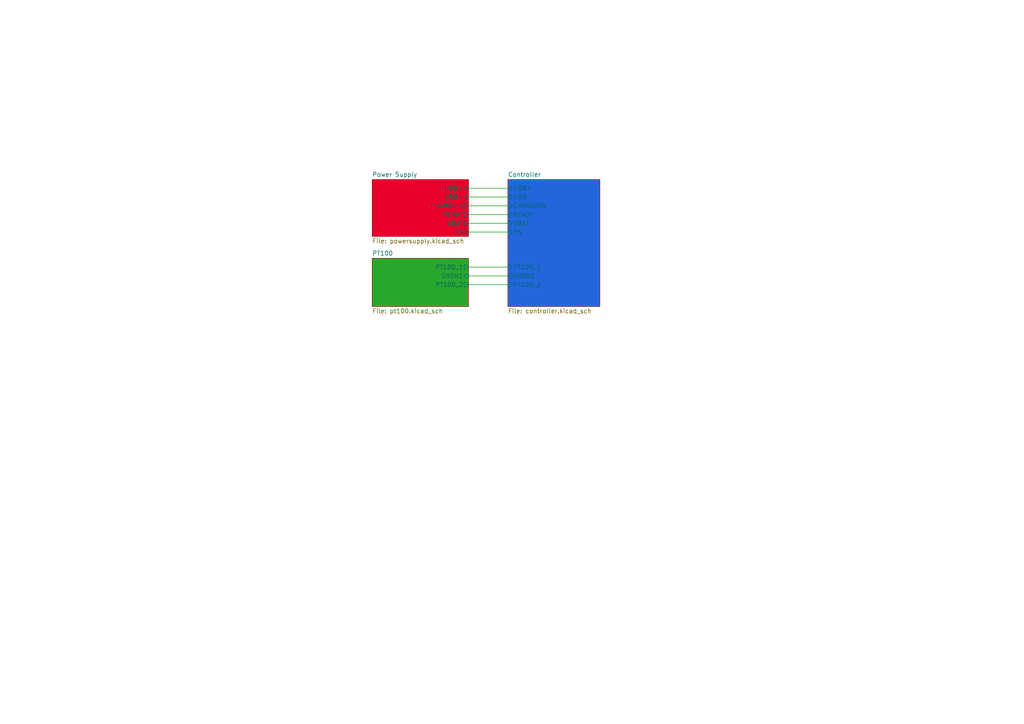
<source format=kicad_sch>
(kicad_sch
	(version 20250114)
	(generator "eeschema")
	(generator_version "9.0")
	(uuid "db6fe335-723a-49f3-91f7-1db51b82a15a")
	(paper "A4")
	(title_block
		(title "Overview")
		(date "2026-01-09")
		(rev "2")
		(company "hand-crafted-electronics")
		(comment 1 "https://ohwr.org/cern_ohl_s_v2.txt")
		(comment 2 "https://github.com/pellematrose/ESP32-C3_Sensor/")
		(comment 3 "Licensed under CERN-OHL-S v2")
		(comment 4 "2026 Per-Simon Saal")
	)
	(lib_symbols)
	(wire
		(pts
			(xy 135.89 82.55) (xy 147.32 82.55)
		)
		(stroke
			(width 0)
			(type default)
		)
		(uuid "089cc817-2cc3-4e53-b6a7-6996fff83154")
	)
	(wire
		(pts
			(xy 135.89 67.31) (xy 147.32 67.31)
		)
		(stroke
			(width 0)
			(type default)
		)
		(uuid "6030f4ad-12ec-4478-a12e-2af02914e67f")
	)
	(wire
		(pts
			(xy 135.89 54.61) (xy 147.32 54.61)
		)
		(stroke
			(width 0)
			(type default)
		)
		(uuid "652a5452-cd76-49a6-b534-a22449893ce3")
	)
	(wire
		(pts
			(xy 135.89 64.77) (xy 147.32 64.77)
		)
		(stroke
			(width 0)
			(type default)
		)
		(uuid "77de34e5-b33b-4727-ab59-a81dd00e2506")
	)
	(wire
		(pts
			(xy 135.89 59.69) (xy 147.32 59.69)
		)
		(stroke
			(width 0)
			(type default)
		)
		(uuid "82a28017-981d-4d90-8c24-3c5651ff346b")
	)
	(wire
		(pts
			(xy 135.89 57.15) (xy 147.32 57.15)
		)
		(stroke
			(width 0)
			(type default)
		)
		(uuid "9bdf220d-ab80-4d60-b3d0-91c840bfe8c1")
	)
	(wire
		(pts
			(xy 135.89 77.47) (xy 147.32 77.47)
		)
		(stroke
			(width 0)
			(type default)
		)
		(uuid "aac1a21c-5f08-4be0-a0df-3164bd8815eb")
	)
	(wire
		(pts
			(xy 135.89 80.01) (xy 147.32 80.01)
		)
		(stroke
			(width 0)
			(type default)
		)
		(uuid "dd06e434-6084-4600-b73a-c7052ae4a3d0")
	)
	(wire
		(pts
			(xy 135.89 62.23) (xy 147.32 62.23)
		)
		(stroke
			(width 0)
			(type default)
		)
		(uuid "e7299a51-b05e-404a-87b3-76afed2d8398")
	)
	(sheet
		(at 147.32 52.07)
		(size 26.67 36.83)
		(exclude_from_sim no)
		(in_bom yes)
		(on_board yes)
		(dnp no)
		(fields_autoplaced yes)
		(stroke
			(width 0.1524)
			(type solid)
		)
		(fill
			(color 35 102 220 1.0000)
		)
		(uuid "91c554b6-9438-44a2-99d9-22b509dc076e")
		(property "Sheetname" "Controller"
			(at 147.32 51.3584 0)
			(effects
				(font
					(size 1.27 1.27)
				)
				(justify left bottom)
			)
		)
		(property "Sheetfile" "controller.kicad_sch"
			(at 147.32 89.4846 0)
			(effects
				(font
					(size 1.27 1.27)
				)
				(justify left top)
			)
		)
		(pin "USB+" bidirectional
			(at 147.32 54.61 180)
			(uuid "eb33a510-88ff-472d-8db2-4770823c7686")
			(effects
				(font
					(size 1.27 1.27)
				)
				(justify left)
			)
		)
		(pin "USB-" bidirectional
			(at 147.32 57.15 180)
			(uuid "94de3459-51cd-4853-88ef-821b0a0180b7")
			(effects
				(font
					(size 1.27 1.27)
				)
				(justify left)
			)
		)
		(pin "SHDN1" output
			(at 147.32 80.01 180)
			(uuid "b61fd815-d5e4-4573-9be8-b11a36e71908")
			(effects
				(font
					(size 1.27 1.27)
				)
				(justify left)
			)
		)
		(pin "PT100_1" input
			(at 147.32 77.47 180)
			(uuid "8f9f42fb-e8f3-454d-8828-888956f34a74")
			(effects
				(font
					(size 1.27 1.27)
				)
				(justify left)
			)
		)
		(pin "PT100_2" input
			(at 147.32 82.55 180)
			(uuid "2fbdd268-25e2-428e-8062-bcb1968b748c")
			(effects
				(font
					(size 1.27 1.27)
				)
				(justify left)
			)
		)
		(pin "READY" input
			(at 147.32 62.23 180)
			(uuid "7a7a16f0-5968-4327-817b-7838d21c863e")
			(effects
				(font
					(size 1.27 1.27)
				)
				(justify left)
			)
		)
		(pin "CHARGING" input
			(at 147.32 59.69 180)
			(uuid "d140dc8b-af0d-4632-82e6-5ba879ef79ad")
			(effects
				(font
					(size 1.27 1.27)
				)
				(justify left)
			)
		)
		(pin "UBAT" input
			(at 147.32 64.77 180)
			(uuid "d6a1499e-4cbc-4a1e-b683-2418781f5fbb")
			(effects
				(font
					(size 1.27 1.27)
				)
				(justify left)
			)
		)
		(pin "PS" input
			(at 147.32 67.31 180)
			(uuid "97a2f38d-945e-457d-9232-672aac933700")
			(effects
				(font
					(size 1.27 1.27)
				)
				(justify left)
			)
		)
		(instances
			(project "ESP32-C3_Dev"
				(path "/db6fe335-723a-49f3-91f7-1db51b82a15a"
					(page "4")
				)
			)
		)
	)
	(sheet
		(at 107.95 74.93)
		(size 27.94 13.97)
		(exclude_from_sim no)
		(in_bom yes)
		(on_board yes)
		(dnp no)
		(fields_autoplaced yes)
		(stroke
			(width 0.1524)
			(type solid)
		)
		(fill
			(color 41 167 45 1.0000)
		)
		(uuid "c68a59f4-2b07-4029-ac41-36681080e557")
		(property "Sheetname" "PT100"
			(at 107.95 74.2184 0)
			(effects
				(font
					(size 1.27 1.27)
				)
				(justify left bottom)
			)
		)
		(property "Sheetfile" "pt100.kicad_sch"
			(at 107.95 89.4846 0)
			(effects
				(font
					(size 1.27 1.27)
				)
				(justify left top)
			)
		)
		(pin "PT100_1" output
			(at 135.89 77.47 0)
			(uuid "76eb42ed-31f8-4e3f-b146-8a57c1254f4b")
			(effects
				(font
					(size 1.27 1.27)
				)
				(justify right)
			)
		)
		(pin "SHDN1" input
			(at 135.89 80.01 0)
			(uuid "67d202fd-6191-43e0-bd51-3571afd737dd")
			(effects
				(font
					(size 1.27 1.27)
				)
				(justify right)
			)
		)
		(pin "PT100_2" output
			(at 135.89 82.55 0)
			(uuid "368a50b9-115f-4390-8fb5-3de687913631")
			(effects
				(font
					(size 1.27 1.27)
				)
				(justify right)
			)
		)
		(instances
			(project "ESP32-C3_Dev"
				(path "/db6fe335-723a-49f3-91f7-1db51b82a15a"
					(page "2")
				)
			)
		)
	)
	(sheet
		(at 107.95 52.07)
		(size 27.94 16.51)
		(exclude_from_sim no)
		(in_bom yes)
		(on_board yes)
		(dnp no)
		(fields_autoplaced yes)
		(stroke
			(width 0.1524)
			(type solid)
		)
		(fill
			(color 233 1 42 1.0000)
		)
		(uuid "d9928072-ea8a-49f1-b3c8-e0aa18923ae3")
		(property "Sheetname" "Power Supply"
			(at 107.95 51.3584 0)
			(effects
				(font
					(size 1.27 1.27)
				)
				(justify left bottom)
			)
		)
		(property "Sheetfile" "powersupply.kicad_sch"
			(at 107.95 69.1646 0)
			(effects
				(font
					(size 1.27 1.27)
				)
				(justify left top)
			)
		)
		(property "Field2" ""
			(at 107.95 52.07 0)
			(effects
				(font
					(size 1.27 1.27)
				)
			)
		)
		(pin "USB+" bidirectional
			(at 135.89 54.61 0)
			(uuid "cf280b75-6c2f-48ef-9450-3d8a4acc766e")
			(effects
				(font
					(size 1.27 1.27)
				)
				(justify right)
			)
		)
		(pin "USB-" bidirectional
			(at 135.89 57.15 0)
			(uuid "1d0555e7-d494-4b64-b36d-e85d83952506")
			(effects
				(font
					(size 1.27 1.27)
				)
				(justify right)
			)
		)
		(pin "CHARGING" output
			(at 135.89 59.69 0)
			(uuid "db019290-c25d-4b8b-87db-bdf898b4a160")
			(effects
				(font
					(size 1.27 1.27)
				)
				(justify right)
			)
		)
		(pin "READY" output
			(at 135.89 62.23 0)
			(uuid "1b0275d7-0d70-45ce-92fe-d6bfe340f0e0")
			(effects
				(font
					(size 1.27 1.27)
				)
				(justify right)
			)
		)
		(pin "UBAT" output
			(at 135.89 64.77 0)
			(uuid "66dfd12c-1de0-4c38-9471-e45dd9ea8725")
			(effects
				(font
					(size 1.27 1.27)
				)
				(justify right)
			)
		)
		(pin "PS" input
			(at 135.89 67.31 0)
			(uuid "def63d49-99a9-473c-ae5c-3d8c6706fc7e")
			(effects
				(font
					(size 1.27 1.27)
				)
				(justify right)
			)
		)
		(instances
			(project "ESP32-C3_Dev"
				(path "/db6fe335-723a-49f3-91f7-1db51b82a15a"
					(page "3")
				)
			)
		)
	)
	(sheet_instances
		(path "/"
			(page "1")
		)
	)
	(embedded_fonts no)
)

</source>
